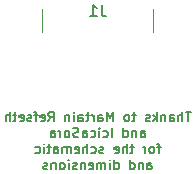
<source format=gbr>
%TF.GenerationSoftware,KiCad,Pcbnew,(5.1.10)-1*%
%TF.CreationDate,2022-04-16T23:27:38-04:00*%
%TF.ProjectId,001,3030312e-6b69-4636-9164-5f7063625858,rev?*%
%TF.SameCoordinates,Original*%
%TF.FileFunction,Legend,Bot*%
%TF.FilePolarity,Positive*%
%FSLAX46Y46*%
G04 Gerber Fmt 4.6, Leading zero omitted, Abs format (unit mm)*
G04 Created by KiCad (PCBNEW (5.1.10)-1) date 2022-04-16 23:27:38*
%MOMM*%
%LPD*%
G01*
G04 APERTURE LIST*
%ADD10C,0.150000*%
%ADD11C,0.120000*%
G04 APERTURE END LIST*
D10*
X127792761Y-64084904D02*
X127335619Y-64084904D01*
X127564190Y-64884904D02*
X127564190Y-64084904D01*
X127068952Y-64884904D02*
X127068952Y-64084904D01*
X126726095Y-64884904D02*
X126726095Y-64465857D01*
X126764190Y-64389666D01*
X126840380Y-64351571D01*
X126954666Y-64351571D01*
X127030857Y-64389666D01*
X127068952Y-64427761D01*
X126002285Y-64884904D02*
X126002285Y-64465857D01*
X126040380Y-64389666D01*
X126116571Y-64351571D01*
X126268952Y-64351571D01*
X126345142Y-64389666D01*
X126002285Y-64846809D02*
X126078476Y-64884904D01*
X126268952Y-64884904D01*
X126345142Y-64846809D01*
X126383238Y-64770619D01*
X126383238Y-64694428D01*
X126345142Y-64618238D01*
X126268952Y-64580142D01*
X126078476Y-64580142D01*
X126002285Y-64542047D01*
X125621333Y-64351571D02*
X125621333Y-64884904D01*
X125621333Y-64427761D02*
X125583238Y-64389666D01*
X125507047Y-64351571D01*
X125392761Y-64351571D01*
X125316571Y-64389666D01*
X125278476Y-64465857D01*
X125278476Y-64884904D01*
X124897523Y-64884904D02*
X124897523Y-64084904D01*
X124821333Y-64580142D02*
X124592761Y-64884904D01*
X124592761Y-64351571D02*
X124897523Y-64656333D01*
X124288000Y-64846809D02*
X124211809Y-64884904D01*
X124059428Y-64884904D01*
X123983238Y-64846809D01*
X123945142Y-64770619D01*
X123945142Y-64732523D01*
X123983238Y-64656333D01*
X124059428Y-64618238D01*
X124173714Y-64618238D01*
X124249904Y-64580142D01*
X124288000Y-64503952D01*
X124288000Y-64465857D01*
X124249904Y-64389666D01*
X124173714Y-64351571D01*
X124059428Y-64351571D01*
X123983238Y-64389666D01*
X123107047Y-64351571D02*
X122802285Y-64351571D01*
X122992761Y-64084904D02*
X122992761Y-64770619D01*
X122954666Y-64846809D01*
X122878476Y-64884904D01*
X122802285Y-64884904D01*
X122421333Y-64884904D02*
X122497523Y-64846809D01*
X122535619Y-64808714D01*
X122573714Y-64732523D01*
X122573714Y-64503952D01*
X122535619Y-64427761D01*
X122497523Y-64389666D01*
X122421333Y-64351571D01*
X122307047Y-64351571D01*
X122230857Y-64389666D01*
X122192761Y-64427761D01*
X122154666Y-64503952D01*
X122154666Y-64732523D01*
X122192761Y-64808714D01*
X122230857Y-64846809D01*
X122307047Y-64884904D01*
X122421333Y-64884904D01*
X121202285Y-64884904D02*
X121202285Y-64084904D01*
X120935619Y-64656333D01*
X120668952Y-64084904D01*
X120668952Y-64884904D01*
X119945142Y-64884904D02*
X119945142Y-64465857D01*
X119983238Y-64389666D01*
X120059428Y-64351571D01*
X120211809Y-64351571D01*
X120288000Y-64389666D01*
X119945142Y-64846809D02*
X120021333Y-64884904D01*
X120211809Y-64884904D01*
X120288000Y-64846809D01*
X120326095Y-64770619D01*
X120326095Y-64694428D01*
X120288000Y-64618238D01*
X120211809Y-64580142D01*
X120021333Y-64580142D01*
X119945142Y-64542047D01*
X119564190Y-64884904D02*
X119564190Y-64351571D01*
X119564190Y-64503952D02*
X119526095Y-64427761D01*
X119488000Y-64389666D01*
X119411809Y-64351571D01*
X119335619Y-64351571D01*
X119183238Y-64351571D02*
X118878476Y-64351571D01*
X119068952Y-64084904D02*
X119068952Y-64770619D01*
X119030857Y-64846809D01*
X118954666Y-64884904D01*
X118878476Y-64884904D01*
X118268952Y-64884904D02*
X118268952Y-64465857D01*
X118307047Y-64389666D01*
X118383238Y-64351571D01*
X118535619Y-64351571D01*
X118611809Y-64389666D01*
X118268952Y-64846809D02*
X118345142Y-64884904D01*
X118535619Y-64884904D01*
X118611809Y-64846809D01*
X118649904Y-64770619D01*
X118649904Y-64694428D01*
X118611809Y-64618238D01*
X118535619Y-64580142D01*
X118345142Y-64580142D01*
X118268952Y-64542047D01*
X117888000Y-64884904D02*
X117888000Y-64351571D01*
X117888000Y-64084904D02*
X117926095Y-64123000D01*
X117888000Y-64161095D01*
X117849904Y-64123000D01*
X117888000Y-64084904D01*
X117888000Y-64161095D01*
X117507047Y-64351571D02*
X117507047Y-64884904D01*
X117507047Y-64427761D02*
X117468952Y-64389666D01*
X117392761Y-64351571D01*
X117278476Y-64351571D01*
X117202285Y-64389666D01*
X117164190Y-64465857D01*
X117164190Y-64884904D01*
X115716571Y-64884904D02*
X115983238Y-64503952D01*
X116173714Y-64884904D02*
X116173714Y-64084904D01*
X115868952Y-64084904D01*
X115792761Y-64123000D01*
X115754666Y-64161095D01*
X115716571Y-64237285D01*
X115716571Y-64351571D01*
X115754666Y-64427761D01*
X115792761Y-64465857D01*
X115868952Y-64503952D01*
X116173714Y-64503952D01*
X115068952Y-64846809D02*
X115145142Y-64884904D01*
X115297523Y-64884904D01*
X115373714Y-64846809D01*
X115411809Y-64770619D01*
X115411809Y-64465857D01*
X115373714Y-64389666D01*
X115297523Y-64351571D01*
X115145142Y-64351571D01*
X115068952Y-64389666D01*
X115030857Y-64465857D01*
X115030857Y-64542047D01*
X115411809Y-64618238D01*
X114802285Y-64351571D02*
X114497523Y-64351571D01*
X114688000Y-64884904D02*
X114688000Y-64199190D01*
X114649904Y-64123000D01*
X114573714Y-64084904D01*
X114497523Y-64084904D01*
X114268952Y-64846809D02*
X114192761Y-64884904D01*
X114040380Y-64884904D01*
X113964190Y-64846809D01*
X113926095Y-64770619D01*
X113926095Y-64732523D01*
X113964190Y-64656333D01*
X114040380Y-64618238D01*
X114154666Y-64618238D01*
X114230857Y-64580142D01*
X114268952Y-64503952D01*
X114268952Y-64465857D01*
X114230857Y-64389666D01*
X114154666Y-64351571D01*
X114040380Y-64351571D01*
X113964190Y-64389666D01*
X113278476Y-64846809D02*
X113354666Y-64884904D01*
X113507047Y-64884904D01*
X113583238Y-64846809D01*
X113621333Y-64770619D01*
X113621333Y-64465857D01*
X113583238Y-64389666D01*
X113507047Y-64351571D01*
X113354666Y-64351571D01*
X113278476Y-64389666D01*
X113240380Y-64465857D01*
X113240380Y-64542047D01*
X113621333Y-64618238D01*
X113011809Y-64351571D02*
X112707047Y-64351571D01*
X112897523Y-64084904D02*
X112897523Y-64770619D01*
X112859428Y-64846809D01*
X112783238Y-64884904D01*
X112707047Y-64884904D01*
X112440380Y-64884904D02*
X112440380Y-64084904D01*
X112097523Y-64884904D02*
X112097523Y-64465857D01*
X112135619Y-64389666D01*
X112211809Y-64351571D01*
X112326095Y-64351571D01*
X112402285Y-64389666D01*
X112440380Y-64427761D01*
X123526095Y-66234904D02*
X123526095Y-65815857D01*
X123564190Y-65739666D01*
X123640380Y-65701571D01*
X123792761Y-65701571D01*
X123868952Y-65739666D01*
X123526095Y-66196809D02*
X123602285Y-66234904D01*
X123792761Y-66234904D01*
X123868952Y-66196809D01*
X123907047Y-66120619D01*
X123907047Y-66044428D01*
X123868952Y-65968238D01*
X123792761Y-65930142D01*
X123602285Y-65930142D01*
X123526095Y-65892047D01*
X123145142Y-65701571D02*
X123145142Y-66234904D01*
X123145142Y-65777761D02*
X123107047Y-65739666D01*
X123030857Y-65701571D01*
X122916571Y-65701571D01*
X122840380Y-65739666D01*
X122802285Y-65815857D01*
X122802285Y-66234904D01*
X122078476Y-66234904D02*
X122078476Y-65434904D01*
X122078476Y-66196809D02*
X122154666Y-66234904D01*
X122307047Y-66234904D01*
X122383238Y-66196809D01*
X122421333Y-66158714D01*
X122459428Y-66082523D01*
X122459428Y-65853952D01*
X122421333Y-65777761D01*
X122383238Y-65739666D01*
X122307047Y-65701571D01*
X122154666Y-65701571D01*
X122078476Y-65739666D01*
X121088000Y-66234904D02*
X121088000Y-65434904D01*
X120364190Y-66196809D02*
X120440380Y-66234904D01*
X120592761Y-66234904D01*
X120668952Y-66196809D01*
X120707047Y-66158714D01*
X120745142Y-66082523D01*
X120745142Y-65853952D01*
X120707047Y-65777761D01*
X120668952Y-65739666D01*
X120592761Y-65701571D01*
X120440380Y-65701571D01*
X120364190Y-65739666D01*
X120021333Y-66234904D02*
X120021333Y-65701571D01*
X120021333Y-65434904D02*
X120059428Y-65473000D01*
X120021333Y-65511095D01*
X119983238Y-65473000D01*
X120021333Y-65434904D01*
X120021333Y-65511095D01*
X119297523Y-66196809D02*
X119373714Y-66234904D01*
X119526095Y-66234904D01*
X119602285Y-66196809D01*
X119640380Y-66158714D01*
X119678476Y-66082523D01*
X119678476Y-65853952D01*
X119640380Y-65777761D01*
X119602285Y-65739666D01*
X119526095Y-65701571D01*
X119373714Y-65701571D01*
X119297523Y-65739666D01*
X118611809Y-66234904D02*
X118611809Y-65815857D01*
X118649904Y-65739666D01*
X118726095Y-65701571D01*
X118878476Y-65701571D01*
X118954666Y-65739666D01*
X118611809Y-66196809D02*
X118688000Y-66234904D01*
X118878476Y-66234904D01*
X118954666Y-66196809D01*
X118992761Y-66120619D01*
X118992761Y-66044428D01*
X118954666Y-65968238D01*
X118878476Y-65930142D01*
X118688000Y-65930142D01*
X118611809Y-65892047D01*
X118268952Y-66196809D02*
X118154666Y-66234904D01*
X117964190Y-66234904D01*
X117888000Y-66196809D01*
X117849904Y-66158714D01*
X117811809Y-66082523D01*
X117811809Y-66006333D01*
X117849904Y-65930142D01*
X117888000Y-65892047D01*
X117964190Y-65853952D01*
X118116571Y-65815857D01*
X118192761Y-65777761D01*
X118230857Y-65739666D01*
X118268952Y-65663476D01*
X118268952Y-65587285D01*
X118230857Y-65511095D01*
X118192761Y-65473000D01*
X118116571Y-65434904D01*
X117926095Y-65434904D01*
X117811809Y-65473000D01*
X117354666Y-66234904D02*
X117430857Y-66196809D01*
X117468952Y-66158714D01*
X117507047Y-66082523D01*
X117507047Y-65853952D01*
X117468952Y-65777761D01*
X117430857Y-65739666D01*
X117354666Y-65701571D01*
X117240380Y-65701571D01*
X117164190Y-65739666D01*
X117126095Y-65777761D01*
X117088000Y-65853952D01*
X117088000Y-66082523D01*
X117126095Y-66158714D01*
X117164190Y-66196809D01*
X117240380Y-66234904D01*
X117354666Y-66234904D01*
X116745142Y-66234904D02*
X116745142Y-65701571D01*
X116745142Y-65853952D02*
X116707047Y-65777761D01*
X116668952Y-65739666D01*
X116592761Y-65701571D01*
X116516571Y-65701571D01*
X115907047Y-66234904D02*
X115907047Y-65815857D01*
X115945142Y-65739666D01*
X116021333Y-65701571D01*
X116173714Y-65701571D01*
X116249904Y-65739666D01*
X115907047Y-66196809D02*
X115983238Y-66234904D01*
X116173714Y-66234904D01*
X116249904Y-66196809D01*
X116288000Y-66120619D01*
X116288000Y-66044428D01*
X116249904Y-65968238D01*
X116173714Y-65930142D01*
X115983238Y-65930142D01*
X115907047Y-65892047D01*
X125221333Y-67051571D02*
X124916571Y-67051571D01*
X125107047Y-67584904D02*
X125107047Y-66899190D01*
X125068952Y-66823000D01*
X124992761Y-66784904D01*
X124916571Y-66784904D01*
X124535619Y-67584904D02*
X124611809Y-67546809D01*
X124649904Y-67508714D01*
X124688000Y-67432523D01*
X124688000Y-67203952D01*
X124649904Y-67127761D01*
X124611809Y-67089666D01*
X124535619Y-67051571D01*
X124421333Y-67051571D01*
X124345142Y-67089666D01*
X124307047Y-67127761D01*
X124268952Y-67203952D01*
X124268952Y-67432523D01*
X124307047Y-67508714D01*
X124345142Y-67546809D01*
X124421333Y-67584904D01*
X124535619Y-67584904D01*
X123926095Y-67584904D02*
X123926095Y-67051571D01*
X123926095Y-67203952D02*
X123888000Y-67127761D01*
X123849904Y-67089666D01*
X123773714Y-67051571D01*
X123697523Y-67051571D01*
X122935619Y-67051571D02*
X122630857Y-67051571D01*
X122821333Y-66784904D02*
X122821333Y-67470619D01*
X122783238Y-67546809D01*
X122707047Y-67584904D01*
X122630857Y-67584904D01*
X122364190Y-67584904D02*
X122364190Y-66784904D01*
X122021333Y-67584904D02*
X122021333Y-67165857D01*
X122059428Y-67089666D01*
X122135619Y-67051571D01*
X122249904Y-67051571D01*
X122326095Y-67089666D01*
X122364190Y-67127761D01*
X121335619Y-67546809D02*
X121411809Y-67584904D01*
X121564190Y-67584904D01*
X121640380Y-67546809D01*
X121678476Y-67470619D01*
X121678476Y-67165857D01*
X121640380Y-67089666D01*
X121564190Y-67051571D01*
X121411809Y-67051571D01*
X121335619Y-67089666D01*
X121297523Y-67165857D01*
X121297523Y-67242047D01*
X121678476Y-67318238D01*
X120383238Y-67546809D02*
X120307047Y-67584904D01*
X120154666Y-67584904D01*
X120078476Y-67546809D01*
X120040380Y-67470619D01*
X120040380Y-67432523D01*
X120078476Y-67356333D01*
X120154666Y-67318238D01*
X120268952Y-67318238D01*
X120345142Y-67280142D01*
X120383238Y-67203952D01*
X120383238Y-67165857D01*
X120345142Y-67089666D01*
X120268952Y-67051571D01*
X120154666Y-67051571D01*
X120078476Y-67089666D01*
X119354666Y-67546809D02*
X119430857Y-67584904D01*
X119583238Y-67584904D01*
X119659428Y-67546809D01*
X119697523Y-67508714D01*
X119735619Y-67432523D01*
X119735619Y-67203952D01*
X119697523Y-67127761D01*
X119659428Y-67089666D01*
X119583238Y-67051571D01*
X119430857Y-67051571D01*
X119354666Y-67089666D01*
X119011809Y-67584904D02*
X119011809Y-66784904D01*
X118668952Y-67584904D02*
X118668952Y-67165857D01*
X118707047Y-67089666D01*
X118783238Y-67051571D01*
X118897523Y-67051571D01*
X118973714Y-67089666D01*
X119011809Y-67127761D01*
X117983238Y-67546809D02*
X118059428Y-67584904D01*
X118211809Y-67584904D01*
X118288000Y-67546809D01*
X118326095Y-67470619D01*
X118326095Y-67165857D01*
X118288000Y-67089666D01*
X118211809Y-67051571D01*
X118059428Y-67051571D01*
X117983238Y-67089666D01*
X117945142Y-67165857D01*
X117945142Y-67242047D01*
X118326095Y-67318238D01*
X117602285Y-67584904D02*
X117602285Y-67051571D01*
X117602285Y-67127761D02*
X117564190Y-67089666D01*
X117488000Y-67051571D01*
X117373714Y-67051571D01*
X117297523Y-67089666D01*
X117259428Y-67165857D01*
X117259428Y-67584904D01*
X117259428Y-67165857D02*
X117221333Y-67089666D01*
X117145142Y-67051571D01*
X117030857Y-67051571D01*
X116954666Y-67089666D01*
X116916571Y-67165857D01*
X116916571Y-67584904D01*
X116192761Y-67584904D02*
X116192761Y-67165857D01*
X116230857Y-67089666D01*
X116307047Y-67051571D01*
X116459428Y-67051571D01*
X116535619Y-67089666D01*
X116192761Y-67546809D02*
X116268952Y-67584904D01*
X116459428Y-67584904D01*
X116535619Y-67546809D01*
X116573714Y-67470619D01*
X116573714Y-67394428D01*
X116535619Y-67318238D01*
X116459428Y-67280142D01*
X116268952Y-67280142D01*
X116192761Y-67242047D01*
X115926095Y-67051571D02*
X115621333Y-67051571D01*
X115811809Y-66784904D02*
X115811809Y-67470619D01*
X115773714Y-67546809D01*
X115697523Y-67584904D01*
X115621333Y-67584904D01*
X115354666Y-67584904D02*
X115354666Y-67051571D01*
X115354666Y-66784904D02*
X115392761Y-66823000D01*
X115354666Y-66861095D01*
X115316571Y-66823000D01*
X115354666Y-66784904D01*
X115354666Y-66861095D01*
X114630857Y-67546809D02*
X114707047Y-67584904D01*
X114859428Y-67584904D01*
X114935619Y-67546809D01*
X114973714Y-67508714D01*
X115011809Y-67432523D01*
X115011809Y-67203952D01*
X114973714Y-67127761D01*
X114935619Y-67089666D01*
X114859428Y-67051571D01*
X114707047Y-67051571D01*
X114630857Y-67089666D01*
X124097523Y-68934904D02*
X124097523Y-68515857D01*
X124135619Y-68439666D01*
X124211809Y-68401571D01*
X124364190Y-68401571D01*
X124440380Y-68439666D01*
X124097523Y-68896809D02*
X124173714Y-68934904D01*
X124364190Y-68934904D01*
X124440380Y-68896809D01*
X124478476Y-68820619D01*
X124478476Y-68744428D01*
X124440380Y-68668238D01*
X124364190Y-68630142D01*
X124173714Y-68630142D01*
X124097523Y-68592047D01*
X123716571Y-68401571D02*
X123716571Y-68934904D01*
X123716571Y-68477761D02*
X123678476Y-68439666D01*
X123602285Y-68401571D01*
X123488000Y-68401571D01*
X123411809Y-68439666D01*
X123373714Y-68515857D01*
X123373714Y-68934904D01*
X122649904Y-68934904D02*
X122649904Y-68134904D01*
X122649904Y-68896809D02*
X122726095Y-68934904D01*
X122878476Y-68934904D01*
X122954666Y-68896809D01*
X122992761Y-68858714D01*
X123030857Y-68782523D01*
X123030857Y-68553952D01*
X122992761Y-68477761D01*
X122954666Y-68439666D01*
X122878476Y-68401571D01*
X122726095Y-68401571D01*
X122649904Y-68439666D01*
X121316571Y-68934904D02*
X121316571Y-68134904D01*
X121316571Y-68896809D02*
X121392761Y-68934904D01*
X121545142Y-68934904D01*
X121621333Y-68896809D01*
X121659428Y-68858714D01*
X121697523Y-68782523D01*
X121697523Y-68553952D01*
X121659428Y-68477761D01*
X121621333Y-68439666D01*
X121545142Y-68401571D01*
X121392761Y-68401571D01*
X121316571Y-68439666D01*
X120935619Y-68934904D02*
X120935619Y-68401571D01*
X120935619Y-68134904D02*
X120973714Y-68173000D01*
X120935619Y-68211095D01*
X120897523Y-68173000D01*
X120935619Y-68134904D01*
X120935619Y-68211095D01*
X120554666Y-68934904D02*
X120554666Y-68401571D01*
X120554666Y-68477761D02*
X120516571Y-68439666D01*
X120440380Y-68401571D01*
X120326095Y-68401571D01*
X120249904Y-68439666D01*
X120211809Y-68515857D01*
X120211809Y-68934904D01*
X120211809Y-68515857D02*
X120173714Y-68439666D01*
X120097523Y-68401571D01*
X119983238Y-68401571D01*
X119907047Y-68439666D01*
X119868952Y-68515857D01*
X119868952Y-68934904D01*
X119183238Y-68896809D02*
X119259428Y-68934904D01*
X119411809Y-68934904D01*
X119488000Y-68896809D01*
X119526095Y-68820619D01*
X119526095Y-68515857D01*
X119488000Y-68439666D01*
X119411809Y-68401571D01*
X119259428Y-68401571D01*
X119183238Y-68439666D01*
X119145142Y-68515857D01*
X119145142Y-68592047D01*
X119526095Y-68668238D01*
X118802285Y-68401571D02*
X118802285Y-68934904D01*
X118802285Y-68477761D02*
X118764190Y-68439666D01*
X118688000Y-68401571D01*
X118573714Y-68401571D01*
X118497523Y-68439666D01*
X118459428Y-68515857D01*
X118459428Y-68934904D01*
X118116571Y-68896809D02*
X118040380Y-68934904D01*
X117888000Y-68934904D01*
X117811809Y-68896809D01*
X117773714Y-68820619D01*
X117773714Y-68782523D01*
X117811809Y-68706333D01*
X117888000Y-68668238D01*
X118002285Y-68668238D01*
X118078476Y-68630142D01*
X118116571Y-68553952D01*
X118116571Y-68515857D01*
X118078476Y-68439666D01*
X118002285Y-68401571D01*
X117888000Y-68401571D01*
X117811809Y-68439666D01*
X117430857Y-68934904D02*
X117430857Y-68401571D01*
X117430857Y-68134904D02*
X117468952Y-68173000D01*
X117430857Y-68211095D01*
X117392761Y-68173000D01*
X117430857Y-68134904D01*
X117430857Y-68211095D01*
X116935619Y-68934904D02*
X117011809Y-68896809D01*
X117049904Y-68858714D01*
X117088000Y-68782523D01*
X117088000Y-68553952D01*
X117049904Y-68477761D01*
X117011809Y-68439666D01*
X116935619Y-68401571D01*
X116821333Y-68401571D01*
X116745142Y-68439666D01*
X116707047Y-68477761D01*
X116668952Y-68553952D01*
X116668952Y-68782523D01*
X116707047Y-68858714D01*
X116745142Y-68896809D01*
X116821333Y-68934904D01*
X116935619Y-68934904D01*
X116326095Y-68401571D02*
X116326095Y-68934904D01*
X116326095Y-68477761D02*
X116288000Y-68439666D01*
X116211809Y-68401571D01*
X116097523Y-68401571D01*
X116021333Y-68439666D01*
X115983238Y-68515857D01*
X115983238Y-68934904D01*
X115640380Y-68896809D02*
X115564190Y-68934904D01*
X115411809Y-68934904D01*
X115335619Y-68896809D01*
X115297523Y-68820619D01*
X115297523Y-68782523D01*
X115335619Y-68706333D01*
X115411809Y-68668238D01*
X115526095Y-68668238D01*
X115602285Y-68630142D01*
X115640380Y-68553952D01*
X115640380Y-68515857D01*
X115602285Y-68439666D01*
X115526095Y-68401571D01*
X115411809Y-68401571D01*
X115335619Y-68439666D01*
D11*
%TO.C,J1*%
X115204900Y-57370900D02*
X115204900Y-55370900D01*
X124604900Y-57370900D02*
X124604900Y-55370900D01*
D10*
X120234033Y-55014880D02*
X120234033Y-55729166D01*
X120281652Y-55872023D01*
X120376890Y-55967261D01*
X120519747Y-56014880D01*
X120614985Y-56014880D01*
X119234033Y-56014880D02*
X119805461Y-56014880D01*
X119519747Y-56014880D02*
X119519747Y-55014880D01*
X119614985Y-55157738D01*
X119710223Y-55252976D01*
X119805461Y-55300595D01*
%TD*%
M02*

</source>
